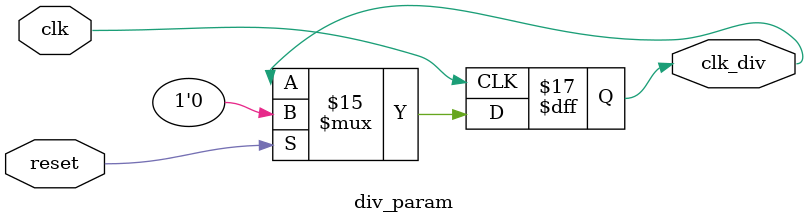
<source format=v>
module div_param #(
    parameter DIV = 6,
    parameter POS_W = $clog2((DIV >> 1) - 1)
)(
        input  wire clk,
        input  wire reset,
        output reg clk_div
);
reg [POS_W-1:0] cnt;

always @(posedge clk) begin
	if (reset) begin
		cnt <= 0;
		clk_div <= 0;
	end
	else begin
		if (cnt == (DIV >> 1) - 1) begin
			cnt <= 0;
			clk_div <= ~clk_div;
		end else
			cnt <= cnt + 1;	
	end
end

endmodule

</source>
